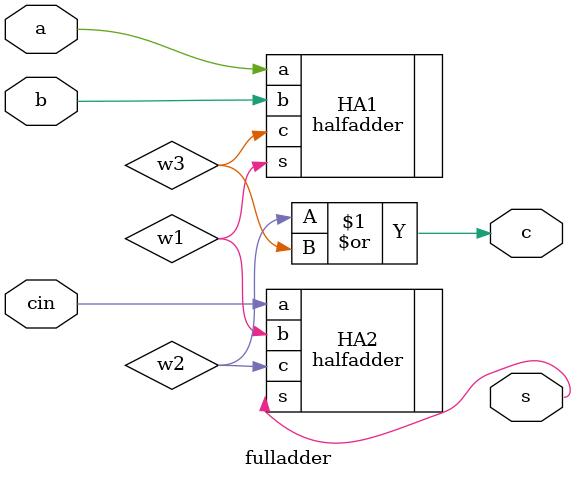
<source format=sv>
module fulladder(input a,b,cin, output logic s,c);
wire w1,w2,w3;
halfadder HA1(.a,.b,.s(w1),.c(w3)),// Named association alongwith implicit named association
	  HA2(.a(cin),.b(w1),.s,.c(w2)); // .a , .b can be .* since parent and child are same nets

or g1(c,w2,w3);
endmodule
</source>
